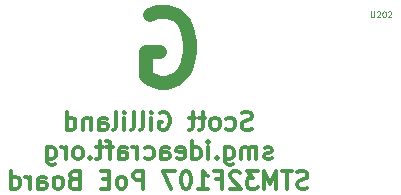
<source format=gbo>
G04 (created by PCBNEW (2013-jul-07)-stable) date Wed 09 Oct 2013 01:20:09 AM EDT*
%MOIN*%
G04 Gerber Fmt 3.4, Leading zero omitted, Abs format*
%FSLAX34Y34*%
G01*
G70*
G90*
G04 APERTURE LIST*
%ADD10C,0.00590551*%
%ADD11C,0.0472441*%
%ADD12C,0.011811*%
%ADD13C,0.00442913*%
G04 APERTURE END LIST*
G54D10*
G54D11*
X82767Y-32643D02*
X82992Y-32530D01*
X83329Y-32530D01*
X83667Y-32643D01*
X83892Y-32868D01*
X84004Y-33093D01*
X84116Y-33543D01*
X84116Y-33880D01*
X84004Y-34330D01*
X83892Y-34555D01*
X83667Y-34780D01*
X83329Y-34893D01*
X83104Y-34893D01*
X82767Y-34780D01*
X82654Y-34668D01*
X82654Y-33880D01*
X83104Y-33880D01*
G54D12*
X88020Y-38399D02*
X87935Y-38428D01*
X87795Y-38428D01*
X87739Y-38399D01*
X87710Y-38371D01*
X87682Y-38315D01*
X87682Y-38259D01*
X87710Y-38203D01*
X87739Y-38174D01*
X87795Y-38146D01*
X87907Y-38118D01*
X87964Y-38090D01*
X87992Y-38062D01*
X88020Y-38006D01*
X88020Y-37949D01*
X87992Y-37893D01*
X87964Y-37865D01*
X87907Y-37837D01*
X87767Y-37837D01*
X87682Y-37865D01*
X87514Y-37837D02*
X87176Y-37837D01*
X87345Y-38428D02*
X87345Y-37837D01*
X86979Y-38428D02*
X86979Y-37837D01*
X86782Y-38259D01*
X86586Y-37837D01*
X86586Y-38428D01*
X86361Y-37837D02*
X85995Y-37837D01*
X86192Y-38062D01*
X86107Y-38062D01*
X86051Y-38090D01*
X86023Y-38118D01*
X85995Y-38174D01*
X85995Y-38315D01*
X86023Y-38371D01*
X86051Y-38399D01*
X86107Y-38428D01*
X86276Y-38428D01*
X86332Y-38399D01*
X86361Y-38371D01*
X85770Y-37893D02*
X85742Y-37865D01*
X85686Y-37837D01*
X85545Y-37837D01*
X85489Y-37865D01*
X85461Y-37893D01*
X85433Y-37949D01*
X85433Y-38006D01*
X85461Y-38090D01*
X85798Y-38428D01*
X85433Y-38428D01*
X84983Y-38118D02*
X85179Y-38118D01*
X85179Y-38428D02*
X85179Y-37837D01*
X84898Y-37837D01*
X84364Y-38428D02*
X84701Y-38428D01*
X84533Y-38428D02*
X84533Y-37837D01*
X84589Y-37921D01*
X84645Y-37978D01*
X84701Y-38006D01*
X83998Y-37837D02*
X83942Y-37837D01*
X83886Y-37865D01*
X83858Y-37893D01*
X83830Y-37949D01*
X83802Y-38062D01*
X83802Y-38203D01*
X83830Y-38315D01*
X83858Y-38371D01*
X83886Y-38399D01*
X83942Y-38428D01*
X83998Y-38428D01*
X84055Y-38399D01*
X84083Y-38371D01*
X84111Y-38315D01*
X84139Y-38203D01*
X84139Y-38062D01*
X84111Y-37949D01*
X84083Y-37893D01*
X84055Y-37865D01*
X83998Y-37837D01*
X83605Y-37837D02*
X83211Y-37837D01*
X83464Y-38428D01*
X82536Y-38428D02*
X82536Y-37837D01*
X82311Y-37837D01*
X82255Y-37865D01*
X82227Y-37893D01*
X82199Y-37949D01*
X82199Y-38034D01*
X82227Y-38090D01*
X82255Y-38118D01*
X82311Y-38146D01*
X82536Y-38146D01*
X81861Y-38428D02*
X81917Y-38399D01*
X81946Y-38371D01*
X81974Y-38315D01*
X81974Y-38146D01*
X81946Y-38090D01*
X81917Y-38062D01*
X81861Y-38034D01*
X81777Y-38034D01*
X81721Y-38062D01*
X81692Y-38090D01*
X81664Y-38146D01*
X81664Y-38315D01*
X81692Y-38371D01*
X81721Y-38399D01*
X81777Y-38428D01*
X81861Y-38428D01*
X81411Y-38118D02*
X81214Y-38118D01*
X81130Y-38428D02*
X81411Y-38428D01*
X81411Y-37837D01*
X81130Y-37837D01*
X80230Y-38118D02*
X80146Y-38146D01*
X80118Y-38174D01*
X80089Y-38231D01*
X80089Y-38315D01*
X80118Y-38371D01*
X80146Y-38399D01*
X80202Y-38428D01*
X80427Y-38428D01*
X80427Y-37837D01*
X80230Y-37837D01*
X80174Y-37865D01*
X80146Y-37893D01*
X80118Y-37949D01*
X80118Y-38006D01*
X80146Y-38062D01*
X80174Y-38090D01*
X80230Y-38118D01*
X80427Y-38118D01*
X79752Y-38428D02*
X79808Y-38399D01*
X79836Y-38371D01*
X79865Y-38315D01*
X79865Y-38146D01*
X79836Y-38090D01*
X79808Y-38062D01*
X79752Y-38034D01*
X79668Y-38034D01*
X79611Y-38062D01*
X79583Y-38090D01*
X79555Y-38146D01*
X79555Y-38315D01*
X79583Y-38371D01*
X79611Y-38399D01*
X79668Y-38428D01*
X79752Y-38428D01*
X79049Y-38428D02*
X79049Y-38118D01*
X79077Y-38062D01*
X79133Y-38034D01*
X79246Y-38034D01*
X79302Y-38062D01*
X79049Y-38399D02*
X79105Y-38428D01*
X79246Y-38428D01*
X79302Y-38399D01*
X79330Y-38343D01*
X79330Y-38287D01*
X79302Y-38231D01*
X79246Y-38203D01*
X79105Y-38203D01*
X79049Y-38174D01*
X78768Y-38428D02*
X78768Y-38034D01*
X78768Y-38146D02*
X78740Y-38090D01*
X78712Y-38062D01*
X78655Y-38034D01*
X78599Y-38034D01*
X78149Y-38428D02*
X78149Y-37837D01*
X78149Y-38399D02*
X78205Y-38428D01*
X78318Y-38428D01*
X78374Y-38399D01*
X78402Y-38371D01*
X78430Y-38315D01*
X78430Y-38146D01*
X78402Y-38090D01*
X78374Y-38062D01*
X78318Y-38034D01*
X78205Y-38034D01*
X78149Y-38062D01*
X86825Y-37415D02*
X86768Y-37443D01*
X86656Y-37443D01*
X86600Y-37415D01*
X86571Y-37359D01*
X86571Y-37331D01*
X86600Y-37275D01*
X86656Y-37246D01*
X86740Y-37246D01*
X86796Y-37218D01*
X86825Y-37162D01*
X86825Y-37134D01*
X86796Y-37078D01*
X86740Y-37050D01*
X86656Y-37050D01*
X86600Y-37078D01*
X86318Y-37443D02*
X86318Y-37050D01*
X86318Y-37106D02*
X86290Y-37078D01*
X86234Y-37050D01*
X86150Y-37050D01*
X86093Y-37078D01*
X86065Y-37134D01*
X86065Y-37443D01*
X86065Y-37134D02*
X86037Y-37078D01*
X85981Y-37050D01*
X85897Y-37050D01*
X85840Y-37078D01*
X85812Y-37134D01*
X85812Y-37443D01*
X85278Y-37050D02*
X85278Y-37528D01*
X85306Y-37584D01*
X85334Y-37612D01*
X85390Y-37640D01*
X85475Y-37640D01*
X85531Y-37612D01*
X85278Y-37415D02*
X85334Y-37443D01*
X85447Y-37443D01*
X85503Y-37415D01*
X85531Y-37387D01*
X85559Y-37331D01*
X85559Y-37162D01*
X85531Y-37106D01*
X85503Y-37078D01*
X85447Y-37050D01*
X85334Y-37050D01*
X85278Y-37078D01*
X84997Y-37387D02*
X84969Y-37415D01*
X84997Y-37443D01*
X85025Y-37415D01*
X84997Y-37387D01*
X84997Y-37443D01*
X84715Y-37443D02*
X84715Y-37050D01*
X84715Y-36853D02*
X84744Y-36881D01*
X84715Y-36909D01*
X84687Y-36881D01*
X84715Y-36853D01*
X84715Y-36909D01*
X84181Y-37443D02*
X84181Y-36853D01*
X84181Y-37415D02*
X84237Y-37443D01*
X84350Y-37443D01*
X84406Y-37415D01*
X84434Y-37387D01*
X84462Y-37331D01*
X84462Y-37162D01*
X84434Y-37106D01*
X84406Y-37078D01*
X84350Y-37050D01*
X84237Y-37050D01*
X84181Y-37078D01*
X83675Y-37415D02*
X83731Y-37443D01*
X83844Y-37443D01*
X83900Y-37415D01*
X83928Y-37359D01*
X83928Y-37134D01*
X83900Y-37078D01*
X83844Y-37050D01*
X83731Y-37050D01*
X83675Y-37078D01*
X83647Y-37134D01*
X83647Y-37190D01*
X83928Y-37246D01*
X83141Y-37443D02*
X83141Y-37134D01*
X83169Y-37078D01*
X83225Y-37050D01*
X83338Y-37050D01*
X83394Y-37078D01*
X83141Y-37415D02*
X83197Y-37443D01*
X83338Y-37443D01*
X83394Y-37415D01*
X83422Y-37359D01*
X83422Y-37303D01*
X83394Y-37246D01*
X83338Y-37218D01*
X83197Y-37218D01*
X83141Y-37190D01*
X82606Y-37415D02*
X82663Y-37443D01*
X82775Y-37443D01*
X82831Y-37415D01*
X82859Y-37387D01*
X82888Y-37331D01*
X82888Y-37162D01*
X82859Y-37106D01*
X82831Y-37078D01*
X82775Y-37050D01*
X82663Y-37050D01*
X82606Y-37078D01*
X82353Y-37443D02*
X82353Y-37050D01*
X82353Y-37162D02*
X82325Y-37106D01*
X82297Y-37078D01*
X82241Y-37050D01*
X82185Y-37050D01*
X81735Y-37443D02*
X81735Y-37134D01*
X81763Y-37078D01*
X81819Y-37050D01*
X81931Y-37050D01*
X81988Y-37078D01*
X81735Y-37415D02*
X81791Y-37443D01*
X81931Y-37443D01*
X81988Y-37415D01*
X82016Y-37359D01*
X82016Y-37303D01*
X81988Y-37246D01*
X81931Y-37218D01*
X81791Y-37218D01*
X81735Y-37190D01*
X81538Y-37050D02*
X81313Y-37050D01*
X81453Y-37443D02*
X81453Y-36937D01*
X81425Y-36881D01*
X81369Y-36853D01*
X81313Y-36853D01*
X81200Y-37050D02*
X80975Y-37050D01*
X81116Y-36853D02*
X81116Y-37359D01*
X81088Y-37415D01*
X81032Y-37443D01*
X80975Y-37443D01*
X80778Y-37387D02*
X80750Y-37415D01*
X80778Y-37443D01*
X80807Y-37415D01*
X80778Y-37387D01*
X80778Y-37443D01*
X80413Y-37443D02*
X80469Y-37415D01*
X80497Y-37387D01*
X80525Y-37331D01*
X80525Y-37162D01*
X80497Y-37106D01*
X80469Y-37078D01*
X80413Y-37050D01*
X80329Y-37050D01*
X80272Y-37078D01*
X80244Y-37106D01*
X80216Y-37162D01*
X80216Y-37331D01*
X80244Y-37387D01*
X80272Y-37415D01*
X80329Y-37443D01*
X80413Y-37443D01*
X79963Y-37443D02*
X79963Y-37050D01*
X79963Y-37162D02*
X79935Y-37106D01*
X79907Y-37078D01*
X79850Y-37050D01*
X79794Y-37050D01*
X79344Y-37050D02*
X79344Y-37528D01*
X79372Y-37584D01*
X79401Y-37612D01*
X79457Y-37640D01*
X79541Y-37640D01*
X79597Y-37612D01*
X79344Y-37415D02*
X79401Y-37443D01*
X79513Y-37443D01*
X79569Y-37415D01*
X79597Y-37387D01*
X79625Y-37331D01*
X79625Y-37162D01*
X79597Y-37106D01*
X79569Y-37078D01*
X79513Y-37050D01*
X79401Y-37050D01*
X79344Y-37078D01*
X86164Y-36431D02*
X86079Y-36459D01*
X85939Y-36459D01*
X85883Y-36431D01*
X85854Y-36403D01*
X85826Y-36347D01*
X85826Y-36290D01*
X85854Y-36234D01*
X85883Y-36206D01*
X85939Y-36178D01*
X86051Y-36150D01*
X86107Y-36122D01*
X86136Y-36093D01*
X86164Y-36037D01*
X86164Y-35981D01*
X86136Y-35925D01*
X86107Y-35897D01*
X86051Y-35868D01*
X85911Y-35868D01*
X85826Y-35897D01*
X85320Y-36431D02*
X85376Y-36459D01*
X85489Y-36459D01*
X85545Y-36431D01*
X85573Y-36403D01*
X85601Y-36347D01*
X85601Y-36178D01*
X85573Y-36122D01*
X85545Y-36093D01*
X85489Y-36065D01*
X85376Y-36065D01*
X85320Y-36093D01*
X84983Y-36459D02*
X85039Y-36431D01*
X85067Y-36403D01*
X85095Y-36347D01*
X85095Y-36178D01*
X85067Y-36122D01*
X85039Y-36093D01*
X84983Y-36065D01*
X84898Y-36065D01*
X84842Y-36093D01*
X84814Y-36122D01*
X84786Y-36178D01*
X84786Y-36347D01*
X84814Y-36403D01*
X84842Y-36431D01*
X84898Y-36459D01*
X84983Y-36459D01*
X84617Y-36065D02*
X84392Y-36065D01*
X84533Y-35868D02*
X84533Y-36375D01*
X84505Y-36431D01*
X84448Y-36459D01*
X84392Y-36459D01*
X84280Y-36065D02*
X84055Y-36065D01*
X84195Y-35868D02*
X84195Y-36375D01*
X84167Y-36431D01*
X84111Y-36459D01*
X84055Y-36459D01*
X83098Y-35897D02*
X83155Y-35868D01*
X83239Y-35868D01*
X83323Y-35897D01*
X83380Y-35953D01*
X83408Y-36009D01*
X83436Y-36122D01*
X83436Y-36206D01*
X83408Y-36318D01*
X83380Y-36375D01*
X83323Y-36431D01*
X83239Y-36459D01*
X83183Y-36459D01*
X83098Y-36431D01*
X83070Y-36403D01*
X83070Y-36206D01*
X83183Y-36206D01*
X82817Y-36459D02*
X82817Y-36065D01*
X82817Y-35868D02*
X82845Y-35897D01*
X82817Y-35925D01*
X82789Y-35897D01*
X82817Y-35868D01*
X82817Y-35925D01*
X82452Y-36459D02*
X82508Y-36431D01*
X82536Y-36375D01*
X82536Y-35868D01*
X82142Y-36459D02*
X82199Y-36431D01*
X82227Y-36375D01*
X82227Y-35868D01*
X81917Y-36459D02*
X81917Y-36065D01*
X81917Y-35868D02*
X81946Y-35897D01*
X81917Y-35925D01*
X81889Y-35897D01*
X81917Y-35868D01*
X81917Y-35925D01*
X81552Y-36459D02*
X81608Y-36431D01*
X81636Y-36375D01*
X81636Y-35868D01*
X81074Y-36459D02*
X81074Y-36150D01*
X81102Y-36093D01*
X81158Y-36065D01*
X81271Y-36065D01*
X81327Y-36093D01*
X81074Y-36431D02*
X81130Y-36459D01*
X81271Y-36459D01*
X81327Y-36431D01*
X81355Y-36375D01*
X81355Y-36318D01*
X81327Y-36262D01*
X81271Y-36234D01*
X81130Y-36234D01*
X81074Y-36206D01*
X80793Y-36065D02*
X80793Y-36459D01*
X80793Y-36122D02*
X80764Y-36093D01*
X80708Y-36065D01*
X80624Y-36065D01*
X80568Y-36093D01*
X80539Y-36150D01*
X80539Y-36459D01*
X80005Y-36459D02*
X80005Y-35868D01*
X80005Y-36431D02*
X80061Y-36459D01*
X80174Y-36459D01*
X80230Y-36431D01*
X80258Y-36403D01*
X80286Y-36347D01*
X80286Y-36178D01*
X80258Y-36122D01*
X80230Y-36093D01*
X80174Y-36065D01*
X80061Y-36065D01*
X80005Y-36093D01*
G54D13*
X90134Y-32520D02*
X90134Y-32679D01*
X90144Y-32698D01*
X90153Y-32708D01*
X90172Y-32717D01*
X90209Y-32717D01*
X90228Y-32708D01*
X90238Y-32698D01*
X90247Y-32679D01*
X90247Y-32520D01*
X90331Y-32539D02*
X90341Y-32529D01*
X90359Y-32520D01*
X90406Y-32520D01*
X90425Y-32529D01*
X90434Y-32539D01*
X90444Y-32558D01*
X90444Y-32576D01*
X90434Y-32604D01*
X90322Y-32717D01*
X90444Y-32717D01*
X90566Y-32520D02*
X90584Y-32520D01*
X90603Y-32529D01*
X90613Y-32539D01*
X90622Y-32558D01*
X90631Y-32595D01*
X90631Y-32642D01*
X90622Y-32679D01*
X90613Y-32698D01*
X90603Y-32708D01*
X90584Y-32717D01*
X90566Y-32717D01*
X90547Y-32708D01*
X90538Y-32698D01*
X90528Y-32679D01*
X90519Y-32642D01*
X90519Y-32595D01*
X90528Y-32558D01*
X90538Y-32539D01*
X90547Y-32529D01*
X90566Y-32520D01*
X90706Y-32539D02*
X90716Y-32529D01*
X90734Y-32520D01*
X90781Y-32520D01*
X90800Y-32529D01*
X90809Y-32539D01*
X90819Y-32558D01*
X90819Y-32576D01*
X90809Y-32604D01*
X90697Y-32717D01*
X90819Y-32717D01*
M02*

</source>
